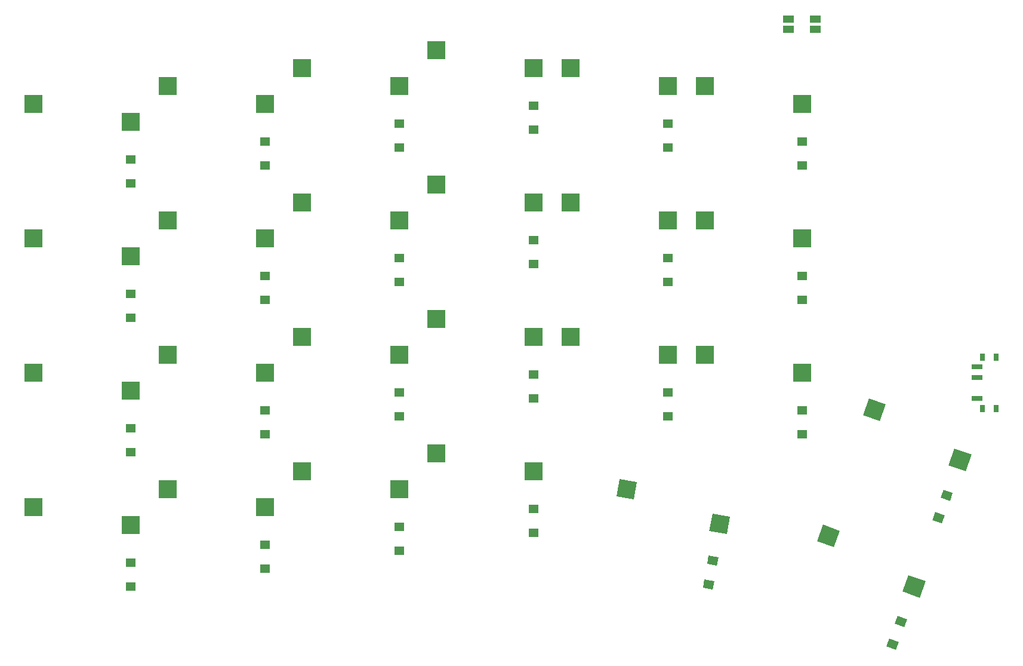
<source format=gbr>
%TF.GenerationSoftware,KiCad,Pcbnew,5.1.5+dfsg1-2build2*%
%TF.CreationDate,2020-09-11T22:42:26-05:00*%
%TF.ProjectId,keaboard_rev1,6b656162-6f61-4726-945f-726576312e6b,rev?*%
%TF.SameCoordinates,Original*%
%TF.FileFunction,Paste,Top*%
%TF.FilePolarity,Positive*%
%FSLAX46Y46*%
G04 Gerber Fmt 4.6, Leading zero omitted, Abs format (unit mm)*
G04 Created by KiCad (PCBNEW 5.1.5+dfsg1-2build2) date 2020-09-11 22:42:26*
%MOMM*%
%LPD*%
G04 APERTURE LIST*
%ADD10R,0.800000X1.000000*%
%ADD11R,1.500000X0.700000*%
%ADD12R,2.550000X2.500000*%
%ADD13C,0.100000*%
%ADD14R,1.400000X1.200000*%
%ADD15R,1.650000X1.050000*%
G04 APERTURE END LIST*
D10*
%TO.C,SW_PWR1*%
X169088000Y-105951000D03*
X169088000Y-113251000D03*
X171018000Y-105951000D03*
X171018000Y-113251000D03*
D11*
X168303000Y-107351000D03*
X168303000Y-111851000D03*
X168303000Y-108851000D03*
%TD*%
D12*
%TO.C,K17*%
X110677000Y-65024000D03*
X124527000Y-67564000D03*
%TD*%
D13*
%TO.C,D25*%
G36*
X156826139Y-147455185D02*
G01*
X155510569Y-146976356D01*
X155920993Y-145848725D01*
X157236563Y-146327554D01*
X156826139Y-147455185D01*
G37*
G36*
X157989007Y-144260231D02*
G01*
X156673437Y-143781402D01*
X157083861Y-142653771D01*
X158399431Y-143132600D01*
X157989007Y-144260231D01*
G37*
%TD*%
%TO.C,D24*%
G36*
X163341622Y-129554040D02*
G01*
X162026052Y-129075211D01*
X162436476Y-127947580D01*
X163752046Y-128426409D01*
X163341622Y-129554040D01*
G37*
G36*
X164504490Y-126359086D02*
G01*
X163188920Y-125880257D01*
X163599344Y-124752626D01*
X164914914Y-125231455D01*
X164504490Y-126359086D01*
G37*
%TD*%
D14*
%TO.C,D23*%
X143517000Y-116944000D03*
X143517000Y-113544000D03*
%TD*%
%TO.C,D22*%
X143517000Y-97894000D03*
X143517000Y-94494000D03*
%TD*%
%TO.C,D21*%
X143517000Y-78844000D03*
X143517000Y-75444000D03*
%TD*%
D13*
%TO.C,D20*%
G36*
X130851185Y-138886383D02*
G01*
X129472454Y-138643276D01*
X129680831Y-137461507D01*
X131059562Y-137704614D01*
X130851185Y-138886383D01*
G37*
G36*
X131441589Y-135538037D02*
G01*
X130062858Y-135294930D01*
X130271235Y-134113161D01*
X131649966Y-134356268D01*
X131441589Y-135538037D01*
G37*
%TD*%
D14*
%TO.C,D19*%
X124467000Y-114404000D03*
X124467000Y-111004000D03*
%TD*%
%TO.C,D18*%
X124467000Y-95354000D03*
X124467000Y-91954000D03*
%TD*%
%TO.C,D17*%
X124467000Y-76304000D03*
X124467000Y-72904000D03*
%TD*%
%TO.C,D16*%
X105417000Y-130914000D03*
X105417000Y-127514000D03*
%TD*%
%TO.C,D15*%
X105417000Y-111864000D03*
X105417000Y-108464000D03*
%TD*%
%TO.C,D14*%
X105417000Y-92814000D03*
X105417000Y-89414000D03*
%TD*%
%TO.C,D13*%
X105417000Y-73764000D03*
X105417000Y-70364000D03*
%TD*%
%TO.C,D12*%
X86367000Y-133454000D03*
X86367000Y-130054000D03*
%TD*%
%TO.C,D11*%
X86367000Y-114404000D03*
X86367000Y-111004000D03*
%TD*%
%TO.C,D10*%
X86367000Y-95354000D03*
X86367000Y-91954000D03*
%TD*%
%TO.C,D09*%
X86367000Y-76304000D03*
X86367000Y-72904000D03*
%TD*%
%TO.C,D08*%
X67317000Y-135994000D03*
X67317000Y-132594000D03*
%TD*%
%TO.C,D07*%
X67317000Y-116944000D03*
X67317000Y-113544000D03*
%TD*%
%TO.C,D06*%
X67317000Y-97894000D03*
X67317000Y-94494000D03*
%TD*%
%TO.C,D05*%
X67317000Y-78844000D03*
X67317000Y-75444000D03*
%TD*%
%TO.C,D04*%
X48267000Y-138494000D03*
X48267000Y-135094000D03*
%TD*%
%TO.C,D03*%
X48267000Y-119444000D03*
X48267000Y-116044000D03*
%TD*%
%TO.C,D02*%
X48267000Y-100394000D03*
X48267000Y-96994000D03*
%TD*%
%TO.C,D01*%
X48267000Y-77944000D03*
X48267000Y-81344000D03*
%TD*%
D12*
%TO.C,K05*%
X53527000Y-67564000D03*
X67377000Y-70104000D03*
%TD*%
%TO.C,K01*%
X34477000Y-70064000D03*
X48327000Y-72604000D03*
%TD*%
D13*
%TO.C,K25*%
G36*
X148898825Y-130597225D02*
G01*
X148043775Y-132946456D01*
X145647559Y-132074305D01*
X146502609Y-129725074D01*
X148898825Y-130597225D01*
G37*
G36*
X161044836Y-137721023D02*
G01*
X160189786Y-140070254D01*
X157793570Y-139198103D01*
X158648620Y-136848872D01*
X161044836Y-137721023D01*
G37*
%TD*%
%TO.C,K24*%
G36*
X155414308Y-112696081D02*
G01*
X154559258Y-115045312D01*
X152163042Y-114173161D01*
X153018092Y-111823930D01*
X155414308Y-112696081D01*
G37*
G36*
X167560319Y-119819879D02*
G01*
X166705269Y-122169110D01*
X164309053Y-121296959D01*
X165164103Y-118947728D01*
X167560319Y-119819879D01*
G37*
%TD*%
D12*
%TO.C,K23*%
X129727000Y-105664000D03*
X143577000Y-108204000D03*
%TD*%
%TO.C,K22*%
X129727000Y-86614000D03*
X143577000Y-89154000D03*
%TD*%
%TO.C,K21*%
X129727000Y-67564000D03*
X143577000Y-70104000D03*
%TD*%
D13*
%TO.C,K20*%
G36*
X120116951Y-123661097D02*
G01*
X119682831Y-126123116D01*
X117171571Y-125680313D01*
X117605691Y-123218294D01*
X120116951Y-123661097D01*
G37*
G36*
X133315472Y-128567536D02*
G01*
X132881352Y-131029555D01*
X130370092Y-130586752D01*
X130804212Y-128124733D01*
X133315472Y-128567536D01*
G37*
%TD*%
D12*
%TO.C,K19*%
X110677000Y-103124000D03*
X124527000Y-105664000D03*
%TD*%
%TO.C,K18*%
X110677000Y-84074000D03*
X124527000Y-86614000D03*
%TD*%
%TO.C,K16*%
X91627000Y-119634000D03*
X105477000Y-122174000D03*
%TD*%
%TO.C,K15*%
X91627000Y-100584000D03*
X105477000Y-103124000D03*
%TD*%
%TO.C,K14*%
X91627000Y-81534000D03*
X105477000Y-84074000D03*
%TD*%
%TO.C,K13*%
X91627000Y-62484000D03*
X105477000Y-65024000D03*
%TD*%
%TO.C,K12*%
X72577000Y-122174000D03*
X86427000Y-124714000D03*
%TD*%
%TO.C,K11*%
X72577000Y-103124000D03*
X86427000Y-105664000D03*
%TD*%
%TO.C,K10*%
X72577000Y-84074000D03*
X86427000Y-86614000D03*
%TD*%
%TO.C,K09*%
X72577000Y-65024000D03*
X86427000Y-67564000D03*
%TD*%
%TO.C,K08*%
X53527000Y-124714000D03*
X67377000Y-127254000D03*
%TD*%
%TO.C,K07*%
X53527000Y-105664000D03*
X67377000Y-108204000D03*
%TD*%
%TO.C,K06*%
X53527000Y-86614000D03*
X67377000Y-89154000D03*
%TD*%
%TO.C,K04*%
X34477000Y-127214000D03*
X48327000Y-129754000D03*
%TD*%
%TO.C,K03*%
X34477000Y-108164000D03*
X48327000Y-110704000D03*
%TD*%
%TO.C,K02*%
X34477000Y-89114000D03*
X48327000Y-91654000D03*
%TD*%
D15*
%TO.C,SW_RST1*%
X141585000Y-58076000D03*
X145435000Y-58076000D03*
X141585000Y-59526000D03*
X145435000Y-59526000D03*
%TD*%
M02*

</source>
